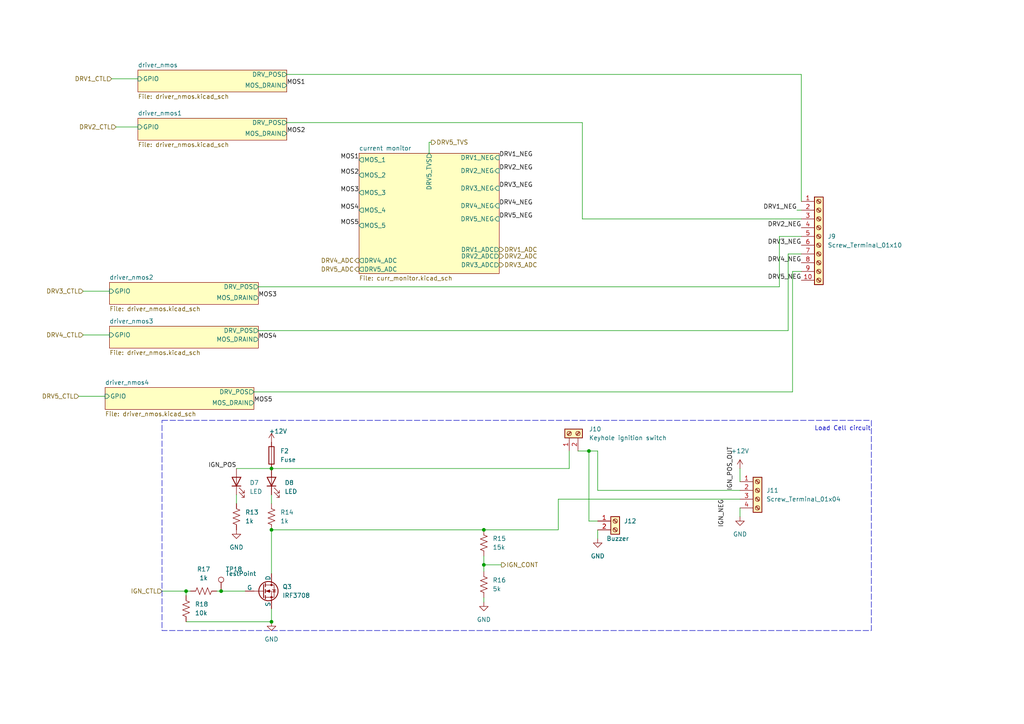
<source format=kicad_sch>
(kicad_sch (version 20230121) (generator eeschema)
  (paper "A4")
  (lib_symbols
    (symbol "Connector:Screw_Terminal_01x02" (pin_names (offset 1.016) hide)
      (property "Reference" "J" (at 0 2.54 0))
      (property "Value" "Screw_Terminal_01x02" (at 0 -5.08 0))
      (symbol "Screw_Terminal_01x02_1_1"
        (rectangle (start -1.27 1.27) (end 1.27 -3.81) (stroke (width 0.254)) (fill (type background)))
        (circle (center 0 -2.54) (radius 0.635) (stroke (width 0.1524)))
        (polyline (pts (xy -0.5334 -2.2098) (xy 0.3302 -3.048)) (stroke (width 0.1524)))
        (polyline (pts (xy -0.5334 0.3302) (xy 0.3302 -0.508)) (stroke (width 0.1524)))
        (polyline (pts (xy -0.3556 -2.032) (xy 0.508 -2.8702)) (stroke (width 0.1524)))
        (polyline (pts (xy -0.3556 0.508) (xy 0.508 -0.3302)) (stroke (width 0.1524)))
        (circle (center 0 0) (radius 0.635) (stroke (width 0.1524)))
        (pin passive line (at -5.08 0 0) (length 3.81) (name "Pin_1") (number "1"))
        (pin passive line (at -5.08 -2.54 0) (length 3.81) (name "Pin_2") (number "2"))
      )
    )
    (symbol "Connector:Screw_Terminal_01x04" (pin_names (offset 1.016) hide)
      (property "Reference" "J" (at 0 5.08 0))
      (property "Value" "Screw_Terminal_01x04" (at 0 -7.62 0))
      (symbol "Screw_Terminal_01x04_1_1"
        (rectangle (start -1.27 3.81) (end 1.27 -6.35) (stroke (width 0.254)) (fill (type background)))
        (circle (center 0 -5.08) (radius 0.635) (stroke (width 0.1524)))
        (circle (center 0 -2.54) (radius 0.635) (stroke (width 0.1524)))
        (polyline (pts (xy -0.5334 -4.7498) (xy 0.3302 -5.588)) (stroke (width 0.1524)))
        (polyline (pts (xy -0.5334 -2.2098) (xy 0.3302 -3.048)) (stroke (width 0.1524)))
        (polyline (pts (xy -0.5334 0.3302) (xy 0.3302 -0.508)) (stroke (width 0.1524)))
        (polyline (pts (xy -0.5334 2.8702) (xy 0.3302 2.032)) (stroke (width 0.1524)))
        (polyline (pts (xy -0.3556 -4.572) (xy 0.508 -5.4102)) (stroke (width 0.1524)))
        (polyline (pts (xy -0.3556 -2.032) (xy 0.508 -2.8702)) (stroke (width 0.1524)))
        (polyline (pts (xy -0.3556 0.508) (xy 0.508 -0.3302)) (stroke (width 0.1524)))
        (polyline (pts (xy -0.3556 3.048) (xy 0.508 2.2098)) (stroke (width 0.1524)))
        (circle (center 0 0) (radius 0.635) (stroke (width 0.1524)))
        (circle (center 0 2.54) (radius 0.635) (stroke (width 0.1524)))
        (pin passive line (at -5.08 2.54 0) (length 3.81) (name "Pin_1") (number "1"))
        (pin passive line (at -5.08 0 0) (length 3.81) (name "Pin_2") (number "2"))
        (pin passive line (at -5.08 -2.54 0) (length 3.81) (name "Pin_3") (number "3"))
        (pin passive line (at -5.08 -5.08 0) (length 3.81) (name "Pin_4") (number "4"))
      )
    )
    (symbol "Connector:Screw_Terminal_01x10" (pin_names (offset 1.016) hide)
      (property "Reference" "J" (at 0 12.7 0))
      (property "Value" "Screw_Terminal_01x10" (at 0 -15.24 0))
      (symbol "Screw_Terminal_01x10_1_1"
        (rectangle (start -1.27 11.43) (end 1.27 -13.97) (stroke (width 0.254)) (fill (type background)))
        (circle (center 0 -12.7) (radius 0.635) (stroke (width 0.1524)))
        (circle (center 0 -10.16) (radius 0.635) (stroke (width 0.1524)))
        (circle (center 0 -7.62) (radius 0.635) (stroke (width 0.1524)))
        (circle (center 0 -5.08) (radius 0.635) (stroke (width 0.1524)))
        (circle (center 0 -2.54) (radius 0.635) (stroke (width 0.1524)))
        (polyline (pts (xy -0.5334 -12.3698) (xy 0.3302 -13.208)) (stroke (width 0.1524)))
        (polyline (pts (xy -0.5334 -9.8298) (xy 0.3302 -10.668)) (stroke (width 0.1524)))
        (polyline (pts (xy -0.5334 -7.2898) (xy 0.3302 -8.128)) (stroke (width 0.1524)))
        (polyline (pts (xy -0.5334 -4.7498) (xy 0.3302 -5.588)) (stroke (width 0.1524)))
        (polyline (pts (xy -0.5334 -2.2098) (xy 0.3302 -3.048)) (stroke (width 0.1524)))
        (polyline (pts (xy -0.5334 0.3302) (xy 0.3302 -0.508)) (stroke (width 0.1524)))
        (polyline (pts (xy -0.5334 2.8702) (xy 0.3302 2.032)) (stroke (width 0.1524)))
        (polyline (pts (xy -0.5334 5.4102) (xy 0.3302 4.572)) (stroke (width 0.1524)))
        (polyline (pts (xy -0.5334 7.9502) (xy 0.3302 7.112)) (stroke (width 0.1524)))
        (polyline (pts (xy -0.5334 10.4902) (xy 0.3302 9.652)) (stroke (width 0.1524)))
        (polyline (pts (xy -0.3556 -12.192) (xy 0.508 -13.0302)) (stroke (width 0.1524)))
        (polyline (pts (xy -0.3556 -9.652) (xy 0.508 -10.4902)) (stroke (width 0.1524)))
        (polyline (pts (xy -0.3556 -7.112) (xy 0.508 -7.9502)) (stroke (width 0.1524)))
        (polyline (pts (xy -0.3556 -4.572) (xy 0.508 -5.4102)) (stroke (width 0.1524)))
        (polyline (pts (xy -0.3556 -2.032) (xy 0.508 -2.8702)) (stroke (width 0.1524)))
        (polyline (pts (xy -0.3556 0.508) (xy 0.508 -0.3302)) (stroke (width 0.1524)))
        (polyline (pts (xy -0.3556 3.048) (xy 0.508 2.2098)) (stroke (width 0.1524)))
        (polyline (pts (xy -0.3556 5.588) (xy 0.508 4.7498)) (stroke (width 0.1524)))
        (polyline (pts (xy -0.3556 8.128) (xy 0.508 7.2898)) (stroke (width 0.1524)))
        (polyline (pts (xy -0.3556 10.668) (xy 0.508 9.8298)) (stroke (width 0.1524)))
        (circle (center 0 0) (radius 0.635) (stroke (width 0.1524)))
        (circle (center 0 2.54) (radius 0.635) (stroke (width 0.1524)))
        (circle (center 0 5.08) (radius 0.635) (stroke (width 0.1524)))
        (circle (center 0 7.62) (radius 0.635) (stroke (width 0.1524)))
        (circle (center 0 10.16) (radius 0.635) (stroke (width 0.1524)))
        (pin passive line (at -5.08 10.16 0) (length 3.81) (name "Pin_1") (number "1"))
        (pin passive line (at -5.08 -12.7 0) (length 3.81) (name "Pin_10") (number "10"))
        (pin passive line (at -5.08 7.62 0) (length 3.81) (name "Pin_2") (number "2"))
        (pin passive line (at -5.08 5.08 0) (length 3.81) (name "Pin_3") (number "3"))
        (pin passive line (at -5.08 2.54 0) (length 3.81) (name "Pin_4") (number "4"))
        (pin passive line (at -5.08 0 0) (length 3.81) (name "Pin_5") (number "5"))
        (pin passive line (at -5.08 -2.54 0) (length 3.81) (name "Pin_6") (number "6"))
        (pin passive line (at -5.08 -5.08 0) (length 3.81) (name "Pin_7") (number "7"))
        (pin passive line (at -5.08 -7.62 0) (length 3.81) (name "Pin_8") (number "8"))
        (pin passive line (at -5.08 -10.16 0) (length 3.81) (name "Pin_9") (number "9"))
      )
    )
    (symbol "Connector:TestPoint" (pin_numbers hide) (pin_names (offset 0.762) hide)
      (property "Reference" "TP" (at 0 6.858 0))
      (property "Value" "TestPoint" (at 0 5.08 0))
      (symbol "TestPoint_0_1"
        (circle (center 0 3.302) (radius 0.762))
      )
      (symbol "TestPoint_1_1"
        (pin passive line (at 0 0 90) (length 2.54) (name "1") (number "1"))
      )
    )
    (symbol "Device:Fuse" (pin_numbers hide) (pin_names (offset 0))
      (property "Reference" "F" (at 2.032 0 90))
      (property "Value" "Fuse" (at -1.905 0 90))
      (symbol "Fuse_0_1"
        (rectangle (start -0.762 -2.54) (end 0.762 2.54) (stroke (width 0.254)))
        (polyline (pts (xy 0 2.54) (xy 0 -2.54)))
      )
      (symbol "Fuse_1_1"
        (pin passive line (at 0 3.81 270) (length 1.27) (name "~") (number "1"))
        (pin passive line (at 0 -3.81 90) (length 1.27) (name "~") (number "2"))
      )
    )
    (symbol "Device:LED" (pin_numbers hide) (pin_names (offset 1.016) hide)
      (property "Reference" "D" (at 0 2.54 0))
      (property "Value" "LED" (at 0 -2.54 0))
      (symbol "LED_0_1"
        (polyline (pts (xy -1.27 -1.27) (xy -1.27 1.27)) (stroke (width 0.254)))
        (polyline (pts (xy -1.27 0) (xy 1.27 0)))
        (polyline (pts (xy 1.27 -1.27) (xy 1.27 1.27) (xy -1.27 0) (xy 1.27 -1.27)) (stroke (width 0.254)))
        (polyline (pts (xy -3.048 -0.762) (xy -4.572 -2.286) (xy -3.81 -2.286) (xy -4.572 -2.286) (xy -4.572 -1.524)))
        (polyline (pts (xy -1.778 -0.762) (xy -3.302 -2.286) (xy -2.54 -2.286) (xy -3.302 -2.286) (xy -3.302 -1.524)))
      )
      (symbol "LED_1_1"
        (pin passive line (at -3.81 0 0) (length 2.54) (name "K") (number "1"))
        (pin passive line (at 3.81 0 180) (length 2.54) (name "A") (number "2"))
      )
    )
    (symbol "Device:R_US" (pin_numbers hide) (pin_names (offset 0))
      (property "Reference" "R" (at 2.54 0 90))
      (property "Value" "R_US" (at -2.54 0 90))
      (symbol "R_US_0_1"
        (polyline (pts (xy 0 -2.286) (xy 0 -2.54)))
        (polyline (pts (xy 0 2.286) (xy 0 2.54)))
        (polyline (pts (xy 0 -0.762) (xy 1.016 -1.143) (xy 0 -1.524) (xy -1.016 -1.905) (xy 0 -2.286)))
        (polyline (pts (xy 0 0.762) (xy 1.016 0.381) (xy 0 0) (xy -1.016 -0.381) (xy 0 -0.762)))
        (polyline (pts (xy 0 2.286) (xy 1.016 1.905) (xy 0 1.524) (xy -1.016 1.143) (xy 0 0.762)))
      )
      (symbol "R_US_1_1"
        (pin passive line (at 0 3.81 270) (length 1.27) (name "~") (number "1"))
        (pin passive line (at 0 -3.81 90) (length 1.27) (name "~") (number "2"))
      )
    )
    (symbol "Simulation_SPICE:NMOS" (pin_numbers hide) (pin_names (offset 0))
      (property "Reference" "Q4" (at 5.715 1.27 0))
      (property "Value" "IRF3708" (at 5.715 -1.27 0))
      (symbol "NMOS_0_1"
        (polyline (pts (xy 0.254 0) (xy -2.54 0)))
        (polyline (pts (xy 0.254 1.905) (xy 0.254 -1.905)) (stroke (width 0.254)))
        (polyline (pts (xy 0.762 -1.27) (xy 0.762 -2.286)) (stroke (width 0.254)))
        (polyline (pts (xy 0.762 0.508) (xy 0.762 -0.508)) (stroke (width 0.254)))
        (polyline (pts (xy 0.762 2.286) (xy 0.762 1.27)) (stroke (width 0.254)))
        (polyline (pts (xy 2.54 2.54) (xy 2.54 1.778)))
        (polyline (pts (xy 2.54 -2.54) (xy 2.54 0) (xy 0.762 0)))
        (polyline (pts (xy 0.762 -1.778) (xy 3.302 -1.778) (xy 3.302 1.778) (xy 0.762 1.778)))
        (polyline (pts (xy 1.016 0) (xy 2.032 0.381) (xy 2.032 -0.381) (xy 1.016 0)) (fill (type outline)))
        (polyline (pts (xy 2.794 0.508) (xy 2.921 0.381) (xy 3.683 0.381) (xy 3.81 0.254)))
        (polyline (pts (xy 3.302 0.381) (xy 2.921 -0.254) (xy 3.683 -0.254) (xy 3.302 0.381)))
        (circle (center 1.651 0) (radius 2.794) (stroke (width 0.254)))
        (circle (center 2.54 -1.778) (radius 0.254) (fill (type outline)))
        (circle (center 2.54 1.778) (radius 0.254) (fill (type outline)))
      )
      (symbol "NMOS_1_1"
        (pin input line (at -5.08 0 0) (length 2.54) (name "G") (number "1"))
        (pin passive line (at 2.54 5.08 270) (length 2.54) (name "D") (number "2"))
        (pin passive line (at 2.54 -5.08 90) (length 2.54) (name "S") (number "3"))
      )
    )
    (symbol "power:+12V" (power) (pin_names (offset 0))
      (property "Value" "+12V" (at 0 3.556 0))
      (symbol "+12V_0_1"
        (polyline (pts (xy -0.762 1.27) (xy 0 2.54)))
        (polyline (pts (xy 0 0) (xy 0 2.54)))
        (polyline (pts (xy 0 2.54) (xy 0.762 1.27)))
      )
      (symbol "+12V_1_1"
        (pin power_in line (at 0 0 90) (length 0) hide (name "+12V") (number "1"))
      )
    )
    (symbol "power:GND" (power) (pin_names (offset 0))
      (property "Value" "GND" (at 0 -3.81 0))
      (symbol "GND_0_1"
        (polyline (pts (xy 0 0) (xy 0 -1.27) (xy 1.27 -1.27) (xy 0 -2.54) (xy -1.27 -1.27) (xy 0 -1.27)))
      )
      (symbol "GND_1_1"
        (pin power_in line (at 0 0 270) (length 0) hide (name "GND") (number "1"))
      )
    )
  )
  (junction (at 140.335 163.83))
  (junction (at 78.74 180.34))
  (junction (at 170.815 130.81))
  (junction (at 64.135 171.45))
  (junction (at 53.975 171.45))
  (junction (at 78.74 135.89))
  (junction (at 78.74 153.67))
  (junction (at 140.335 153.67))
  (wire (pts (xy 170.815 130.81) (xy 170.815 151.13)))
  (wire (pts (xy 140.335 173.355) (xy 140.335 174.625)))
  (wire (pts (xy 140.335 153.67) (xy 161.925 153.67)))
  (wire (pts (xy 168.91 63.5) (xy 168.91 35.56)))
  (wire (pts (xy 24.13 97.155) (xy 31.75 97.155)))
  (wire (pts (xy 214.63 147.32) (xy 214.63 149.86)))
  (wire (pts (xy 214.63 135.89) (xy 214.63 139.7)))
  (wire (pts (xy 168.91 35.56) (xy 83.185 35.56)))
  (wire (pts (xy 32.385 22.86) (xy 40.005 22.86)))
  (wire (pts (xy 161.925 144.78) (xy 214.63 144.78)))
  (wire (pts (xy 78.74 143.51) (xy 78.74 146.05)))
  (wire (pts (xy 140.335 163.83) (xy 145.415 163.83)))
  (wire (pts (xy 165.1 135.89) (xy 165.1 130.81)))
  (wire (pts (xy 170.815 151.13) (xy 173.355 151.13)))
  (wire (pts (xy 53.975 171.45) (xy 53.975 172.72)))
  (wire (pts (xy 226.06 68.58) (xy 226.06 83.185)))
  (wire (pts (xy 124.46 41.275) (xy 124.46 44.45)))
  (wire (pts (xy 74.93 83.185) (xy 226.06 83.185)))
  (wire (pts (xy 78.74 135.89) (xy 165.1 135.89)))
  (wire (pts (xy 68.58 135.89) (xy 78.74 135.89)))
  (wire (pts (xy 170.815 130.81) (xy 173.355 130.81)))
  (wire (pts (xy 232.41 60.96) (xy 231.14 60.96)))
  (wire (pts (xy 64.135 171.45) (xy 71.12 171.45)))
  (wire (pts (xy 228.6 73.66) (xy 228.6 95.885)))
  (wire (pts (xy 229.87 78.74) (xy 229.87 113.665)))
  (wire (pts (xy 78.74 153.67) (xy 140.335 153.67)))
  (wire (pts (xy 53.975 180.34) (xy 78.74 180.34)))
  (wire (pts (xy 228.6 95.885) (xy 74.93 95.885)))
  (wire (pts (xy 232.41 78.74) (xy 229.87 78.74)))
  (wire (pts (xy 140.335 163.83) (xy 140.335 165.735)))
  (wire (pts (xy 46.99 171.45) (xy 53.975 171.45)))
  (wire (pts (xy 232.41 63.5) (xy 168.91 63.5)))
  (wire (pts (xy 173.355 130.81) (xy 173.355 142.24)))
  (wire (pts (xy 78.74 153.67) (xy 78.74 166.37)))
  (wire (pts (xy 53.975 171.45) (xy 55.245 171.45)))
  (wire (pts (xy 62.865 171.45) (xy 64.135 171.45)))
  (wire (pts (xy 173.355 142.24) (xy 214.63 142.24)))
  (wire (pts (xy 140.335 161.29) (xy 140.335 163.83)))
  (wire (pts (xy 232.41 73.66) (xy 228.6 73.66)))
  (wire (pts (xy 22.86 114.935) (xy 30.48 114.935)))
  (wire (pts (xy 232.41 21.59) (xy 83.185 21.59)))
  (wire (pts (xy 232.41 58.42) (xy 232.41 21.59)))
  (wire (pts (xy 125.095 41.275) (xy 124.46 41.275)))
  (wire (pts (xy 173.355 153.67) (xy 173.355 156.21)))
  (wire (pts (xy 78.74 176.53) (xy 78.74 180.34)))
  (wire (pts (xy 161.925 153.67) (xy 161.925 144.78)))
  (wire (pts (xy 24.13 84.455) (xy 31.75 84.455)))
  (wire (pts (xy 229.87 113.665) (xy 73.66 113.665)))
  (wire (pts (xy 167.64 130.81) (xy 170.815 130.81)))
  (wire (pts (xy 232.41 68.58) (xy 226.06 68.58)))
  (wire (pts (xy 68.58 143.51) (xy 68.58 146.05)))
  (wire (pts (xy 33.655 36.83) (xy 40.005 36.83)))
  (rectangle (start 46.99 121.92) (end 252.73 182.88) (stroke (width 0) (type dash)))
  (text "Load Cell circuit" (at 236.22 125.095 0) (effects (font (size 1.27 1.27)) (justify left bottom)))
  (label "MOS3" (at 74.93 86.36 0))
  (label "MOS4" (at 104.14 60.96 180))
  (label "DRV4_NEG" (at 144.78 59.69 0))
  (label "MOS3" (at 104.14 55.88 180))
  (label "DRV4_NEG" (at 232.41 76.2 180))
  (label "MOS1" (at 104.14 46.355 180))
  (label "IGN_POS_OUT" (at 212.725 142.24 90))
  (label "MOS5" (at 73.66 116.84 0))
  (label "MOS4" (at 74.93 98.425 0))
  (label "IGN_POS" (at 68.58 135.89 180))
  (label "DRV2_NEG" (at 232.41 66.04 180))
  (label "IGN_NEG" (at 210.185 144.78 270))
  (label "MOS1" (at 83.185 24.765 0))
  (label "DRV3_NEG" (at 144.78 54.61 0))
  (label "DRV3_NEG" (at 232.41 71.12 180))
  (label "DRV5_NEG" (at 144.78 63.5 0))
  (label "MOS2" (at 104.14 50.8 180))
  (label "DRV5_NEG" (at 232.41 81.28 180))
  (label "DRV1_NEG" (at 231.14 60.96 180))
  (label "DRV1_NEG" (at 144.78 45.72 0))
  (label "MOS5" (at 104.14 65.405 180))
  (label "MOS2" (at 83.185 38.735 0))
  (label "DRV2_NEG" (at 144.78 49.53 0))
  (hierarchical_label "DRV2_CTL" (shape input) (at 33.655 36.83 180))
  (hierarchical_label "IGN_CONT" (shape output) (at 145.415 163.83 0))
  (hierarchical_label "DRV5_ADC" (shape output) (at 104.14 78.105 180))
  (hierarchical_label "DRV5_CTL" (shape input) (at 22.86 114.935 180))
  (hierarchical_label "DRV1_ADC" (shape output) (at 144.78 72.39 0))
  (hierarchical_label "DRV5_TVS" (shape output) (at 125.095 41.275 0))
  (hierarchical_label "DRV1_CTL" (shape input) (at 32.385 22.86 180))
  (hierarchical_label "DRV3_CTL" (shape input) (at 24.13 84.455 180))
  (hierarchical_label "DRV4_CTL" (shape input) (at 24.13 97.155 180))
  (hierarchical_label "DRV4_ADC" (shape output) (at 104.14 75.565 180))
  (hierarchical_label "IGN_CTL" (shape input) (at 46.99 171.45 180))
  (hierarchical_label "DRV3_ADC" (shape output) (at 144.78 76.835 0))
  (hierarchical_label "DRV2_ADC" (shape output) (at 144.78 74.295 0))
  (symbol (lib_id "Connector:Screw_Terminal_01x04") (at 219.71 142.24 0) (unit 1)
    (property "Reference" "J11" (at 222.25 142.24 0) (effects (justify left)))
    (property "Value" "Screw_Terminal_01x04" (at 222.25 144.78 0) (effects (justify left)))
    (property "Footprint" "terminal blocks:P-2604-1104" (effects hide))
  )
  (symbol (lib_id "power:+12V") (at 214.63 135.89 0) (unit 1)
    (property "Reference" "#PWR067" (effects hide))
    (property "Value" "+12V" (at 214.63 130.81 0))
  )
  (symbol (lib_id "power:GND") (at 78.74 180.34 0) (unit 1)
    (property "Reference" "#PWR072" (effects hide))
    (property "Value" "GND" (at 78.74 185.42 0))
  )
  (symbol (lib_id "Connector:Screw_Terminal_01x02") (at 178.435 151.13 0) (unit 1)
    (property "Reference" "J12" (at 180.975 151.13 0) (effects (justify left)))
    (property "Value" "Buzzer" (at 175.895 156.21 0) (effects (justify left)))
    (property "Footprint" "terminal blocks:P-2604-1102" (effects hide))
  )
  (symbol (lib_id "power:GND") (at 140.335 174.625 0) (unit 1)
    (property "Reference" "#PWR071" (effects hide))
    (property "Value" "GND" (at 140.335 179.705 0))
  )
  (symbol (lib_id "power:GND") (at 68.58 153.67 0) (unit 1)
    (property "Reference" "#PWR069" (effects hide))
    (property "Value" "GND" (at 68.58 158.75 0))
  )
  (symbol (lib_id "power:+12V") (at 78.74 128.27 0) (unit 1)
    (property "Reference" "#PWR066" (effects hide))
    (property "Value" "+12V" (at 80.645 125.095 0))
  )
  (symbol (lib_id "Device:LED") (at 68.58 139.7 90) (unit 1)
    (property "Reference" "D7" (at 72.39 140.0175 90) (effects (justify right)))
    (property "Value" "LED" (at 72.39 142.5575 90) (effects (justify right)))
    (property "Footprint" "LED_SMD:LED_1206_3216Metric" (effects hide))
  )
  (symbol (lib_id "Connector:Screw_Terminal_01x10") (at 237.49 68.58 0) (unit 1)
    (property "Reference" "J9" (at 240.03 68.58 0) (effects (justify left)))
    (property "Value" "Screw_Terminal_01x10" (at 240.03 71.12 0) (effects (justify left)))
    (property "Footprint" "terminal blocks:P-2604-1110" (effects hide))
  )
  (symbol (lib_id "Device:Fuse") (at 78.74 132.08 0) (unit 1)
    (property "Reference" "F2" (at 81.28 130.81 0) (effects (justify left)))
    (property "Value" "Fuse" (at 81.28 133.35 0) (effects (justify left)))
    (property "Footprint" "Fuse:Fuse_1812_4532Metric" (effects hide))
  )
  (symbol (lib_id "Device:R_US") (at 68.58 149.86 0) (unit 1)
    (property "Reference" "R13" (at 71.12 148.59 0) (effects (justify left)))
    (property "Value" "1k" (at 71.12 151.13 0) (effects (justify left)))
    (property "Footprint" "Resistor_SMD:R_1206_3216Metric" (effects hide))
  )
  (symbol (lib_id "Device:R_US") (at 140.335 157.48 0) (unit 1)
    (property "Reference" "R15" (at 142.875 156.21 0) (effects (justify left)))
    (property "Value" "15k" (at 142.875 158.75 0) (effects (justify left)))
    (property "Footprint" "Resistor_SMD:R_1206_3216Metric" (effects hide))
  )
  (symbol (lib_id "power:GND") (at 214.63 149.86 0) (unit 1)
    (property "Reference" "#PWR068" (effects hide))
    (property "Value" "GND" (at 214.63 154.94 0))
  )
  (symbol (lib_id "Connector:TestPoint") (at 64.135 171.45 0) (unit 1)
    (property "Reference" "TP18" (at 65.405 165.1 0) (effects (justify left)))
    (property "Value" "TestPoint" (at 65.405 166.37 0) (effects (justify left)))
    (property "Footprint" "TestPoint:TestPoint_Pad_D2.0mm" (effects hide))
  )
  (symbol (lib_id "Simulation_SPICE:NMOS") (at 76.2 171.45 0) (unit 1)
    (property "Reference" "Q3" (at 81.915 170.18 0) (effects (justify left)))
    (property "Value" "IRF3708" (at 81.915 172.72 0) (effects (justify left)))
    (property "Footprint" "IRF3708:TO254P1041X444X1930-3" (effects hide))
    (property "Datasheet" "https://ngspice.sourceforge.io/docs/ngspice-manual.pdf" (effects hide))
    (property "Sim.Device" "NMOS" (effects hide))
    (property "Sim.Type" "VDMOS" (effects hide))
    (property "Sim.Pins" "1=D 2=G 3=S" (effects hide))
  )
  (symbol (lib_id "Device:R_US") (at 140.335 169.545 0) (unit 1)
    (property "Reference" "R16" (at 142.875 168.275 0) (effects (justify left)))
    (property "Value" "5k" (at 142.875 170.815 0) (effects (justify left)))
    (property "Footprint" "Resistor_SMD:R_1206_3216Metric" (effects hide))
  )
  (symbol (lib_id "Device:R_US") (at 78.74 149.86 0) (unit 1)
    (property "Reference" "R14" (at 81.28 148.59 0) (effects (justify left)))
    (property "Value" "1k" (at 81.28 151.13 0) (effects (justify left)))
    (property "Footprint" "Resistor_SMD:R_1206_3216Metric" (effects hide))
  )
  (symbol (lib_id "Device:LED") (at 78.74 139.7 90) (unit 1)
    (property "Reference" "D8" (at 82.55 140.0175 90) (effects (justify right)))
    (property "Value" "LED" (at 82.55 142.5575 90) (effects (justify right)))
    (property "Footprint" "LED_SMD:LED_1206_3216Metric" (effects hide))
  )
  (symbol (lib_id "power:GND") (at 173.355 156.21 0) (unit 1)
    (property "Reference" "#PWR070" (effects hide))
    (property "Value" "GND" (at 173.355 161.29 0))
  )
  (symbol (lib_id "Device:R_US") (at 59.055 171.45 90) (unit 1)
    (property "Reference" "R17" (at 59.055 165.1 90))
    (property "Value" "1k" (at 59.055 167.64 90))
    (property "Footprint" "Resistor_SMD:R_1206_3216Metric" (effects hide))
  )
  (symbol (lib_id "Device:R_US") (at 53.975 176.53 0) (unit 1)
    (property "Reference" "R18" (at 56.515 175.26 0) (effects (justify left)))
    (property "Value" "10k" (at 56.515 177.8 0) (effects (justify left)))
    (property "Footprint" "Resistor_SMD:R_1206_3216Metric" (effects hide))
  )
  (symbol (lib_id "Connector:Screw_Terminal_01x02") (at 165.1 125.73 90) (unit 1)
    (property "Reference" "J10" (at 170.815 124.46 90) (effects (justify right)))
    (property "Value" "Keyhole ignition switch" (at 170.815 127 90) (effects (justify right)))
    (property "Footprint" "terminal blocks:P-2604-1102" (effects hide))
  )
  (sheet (at 31.75 94.615) (size 43.18 6.35) (stroke (width 0.1524)) (fill (color 255 255 194 1.0000))
    (property "Sheetname" "driver_nmos3" (at 31.75 93.9034 0) (effects (justify left bottom)))
    (property "Sheetfile" "driver_nmos.kicad_sch" (at 31.75 101.5496 0) (effects (justify left top)))
    (pin "GPIO" input (at 31.75 97.155 180))
    (pin "DRV_POS" output (at 74.93 95.885 0))
    (pin "MOS_DRAIN" output (at 74.93 98.425 0))
  )
  (sheet (at 31.75 81.915) (size 43.18 6.35) (stroke (width 0.1524)) (fill (color 255 255 194 1.0000))
    (property "Sheetname" "driver_nmos2" (at 31.75 81.2034 0) (effects (justify left bottom)))
    (property "Sheetfile" "driver_nmos.kicad_sch" (at 31.75 88.8496 0) (effects (justify left top)))
    (pin "GPIO" input (at 31.75 84.455 180))
    (pin "DRV_POS" output (at 74.93 83.185 0))
    (pin "MOS_DRAIN" output (at 74.93 86.36 0))
  )
  (sheet (at 30.48 112.395) (size 43.18 6.35) (stroke (width 0.1524)) (fill (color 255 255 194 1.0000))
    (property "Sheetname" "driver_nmos4" (at 30.48 111.6834 0) (effects (justify left bottom)))
    (property "Sheetfile" "driver_nmos.kicad_sch" (at 30.48 119.3296 0) (effects (justify left top)))
    (pin "GPIO" input (at 30.48 114.935 180))
    (pin "DRV_POS" output (at 73.66 113.665 0))
    (pin "MOS_DRAIN" output (at 73.66 116.84 0))
  )
  (sheet (at 40.005 34.29) (size 43.18 6.35) (stroke (width 0.1524)) (fill (color 255 255 194 1.0000))
    (property "Sheetname" "driver_nmos1" (at 40.005 33.5784 0) (effects (justify left bottom)))
    (property "Sheetfile" "driver_nmos.kicad_sch" (at 40.005 41.2246 0) (effects (justify left top)))
    (pin "GPIO" input (at 40.005 36.83 180))
    (pin "DRV_POS" output (at 83.185 35.56 0))
    (pin "MOS_DRAIN" output (at 83.185 38.735 0))
  )
  (sheet (at 40.005 20.32) (size 43.18 6.35) (stroke (width 0.1524)) (fill (color 255 255 194 1.0000))
    (property "Sheetname" "driver_nmos" (at 40.005 19.6084 0) (effects (justify left bottom)))
    (property "Sheetfile" "driver_nmos.kicad_sch" (at 40.005 27.2546 0) (effects (justify left top)))
    (pin "GPIO" input (at 40.005 22.86 180))
    (pin "DRV_POS" output (at 83.185 21.59 0))
    (pin "MOS_DRAIN" output (at 83.185 24.765 0))
  )
  (sheet (at 104.14 44.45) (size 40.64 34.925) (stroke (width 0.1524)) (fill (color 255 255 194 1.0000))
    (property "Sheetname" "current monitor" (at 104.14 43.7384 0) (effects (justify left bottom)))
    (property "Sheetfile" "curr_monitor.kicad_sch" (at 104.14 79.9596 0) (effects (justify left top)))
    (pin "MOS_2" output (at 104.14 50.8 180))
    (pin "DRV1_NEG" input (at 144.78 45.72 0))
    (pin "MOS_1" output (at 104.14 46.355 180))
    (pin "MOS_3" output (at 104.14 55.88 180))
    (pin "MOS_4" output (at 104.14 60.96 180))
    (pin "MOS_5" output (at 104.14 65.405 180))
    (pin "DRV2_NEG" input (at 144.78 49.53 0))
    (pin "DRV5_NEG" input (at 144.78 63.5 0))
    (pin "DRV3_NEG" input (at 144.78 54.61 0))
    (pin "DRV4_NEG" input (at 144.78 59.69 0))
    (pin "DRV5_TVS" output (at 124.46 44.45 90))
    (pin "DRV1_ADC" output (at 144.78 72.39 0))
    (pin "DRV2_ADC" output (at 144.78 74.295 0))
    (pin "DRV3_ADC" output (at 144.78 76.835 0))
    (pin "DRV4_ADC" output (at 104.14 75.565 180))
    (pin "DRV5_ADC" output (at 104.14 78.105 180))
  )
)
</source>
